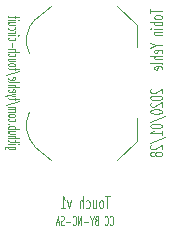
<source format=gbr>
G04 #@! TF.GenerationSoftware,KiCad,Pcbnew,5.0.2-bee76a0~70~ubuntu16.04.1*
G04 #@! TF.CreationDate,2020-01-28T21:52:51-08:00*
G04 #@! TF.ProjectId,touch-circuit-v1,746f7563-682d-4636-9972-637569742d76,rev?*
G04 #@! TF.SameCoordinates,Original*
G04 #@! TF.FileFunction,Legend,Bot*
G04 #@! TF.FilePolarity,Positive*
%FSLAX46Y46*%
G04 Gerber Fmt 4.6, Leading zero omitted, Abs format (unit mm)*
G04 Created by KiCad (PCBNEW 5.0.2-bee76a0~70~ubuntu16.04.1) date Tue 28 Jan 2020 09:52:51 PM PST*
%MOMM*%
%LPD*%
G01*
G04 APERTURE LIST*
%ADD10C,0.081280*%
%ADD11C,0.101600*%
%ADD12C,0.100000*%
G04 APERTURE END LIST*
D10*
X154533600Y-113556142D02*
X154555371Y-113592428D01*
X154620685Y-113628714D01*
X154664228Y-113628714D01*
X154729542Y-113592428D01*
X154773085Y-113519857D01*
X154794857Y-113447285D01*
X154816628Y-113302142D01*
X154816628Y-113193285D01*
X154794857Y-113048142D01*
X154773085Y-112975571D01*
X154729542Y-112903000D01*
X154664228Y-112866714D01*
X154620685Y-112866714D01*
X154555371Y-112903000D01*
X154533600Y-112939285D01*
X154076400Y-113556142D02*
X154098171Y-113592428D01*
X154163485Y-113628714D01*
X154207028Y-113628714D01*
X154272342Y-113592428D01*
X154315885Y-113519857D01*
X154337657Y-113447285D01*
X154359428Y-113302142D01*
X154359428Y-113193285D01*
X154337657Y-113048142D01*
X154315885Y-112975571D01*
X154272342Y-112903000D01*
X154207028Y-112866714D01*
X154163485Y-112866714D01*
X154098171Y-112903000D01*
X154076400Y-112939285D01*
X153379714Y-113229571D02*
X153314400Y-113265857D01*
X153292628Y-113302142D01*
X153270857Y-113374714D01*
X153270857Y-113483571D01*
X153292628Y-113556142D01*
X153314400Y-113592428D01*
X153357942Y-113628714D01*
X153532114Y-113628714D01*
X153532114Y-112866714D01*
X153379714Y-112866714D01*
X153336171Y-112903000D01*
X153314400Y-112939285D01*
X153292628Y-113011857D01*
X153292628Y-113084428D01*
X153314400Y-113157000D01*
X153336171Y-113193285D01*
X153379714Y-113229571D01*
X153532114Y-113229571D01*
X152987828Y-113265857D02*
X152987828Y-113628714D01*
X153140228Y-112866714D02*
X152987828Y-113265857D01*
X152835428Y-112866714D01*
X152683028Y-113338428D02*
X152334685Y-113338428D01*
X152116971Y-113628714D02*
X152116971Y-112866714D01*
X151855714Y-113628714D01*
X151855714Y-112866714D01*
X151376742Y-113556142D02*
X151398514Y-113592428D01*
X151463828Y-113628714D01*
X151507371Y-113628714D01*
X151572685Y-113592428D01*
X151616228Y-113519857D01*
X151638000Y-113447285D01*
X151659771Y-113302142D01*
X151659771Y-113193285D01*
X151638000Y-113048142D01*
X151616228Y-112975571D01*
X151572685Y-112903000D01*
X151507371Y-112866714D01*
X151463828Y-112866714D01*
X151398514Y-112903000D01*
X151376742Y-112939285D01*
X151180800Y-113338428D02*
X150832457Y-113338428D01*
X150636514Y-113592428D02*
X150571200Y-113628714D01*
X150462342Y-113628714D01*
X150418800Y-113592428D01*
X150397028Y-113556142D01*
X150375257Y-113483571D01*
X150375257Y-113411000D01*
X150397028Y-113338428D01*
X150418800Y-113302142D01*
X150462342Y-113265857D01*
X150549428Y-113229571D01*
X150592971Y-113193285D01*
X150614742Y-113157000D01*
X150636514Y-113084428D01*
X150636514Y-113011857D01*
X150614742Y-112939285D01*
X150592971Y-112903000D01*
X150549428Y-112866714D01*
X150440571Y-112866714D01*
X150375257Y-112903000D01*
X150201085Y-113411000D02*
X149983371Y-113411000D01*
X150244628Y-113628714D02*
X150092228Y-112866714D01*
X149939828Y-113628714D01*
D11*
X154501547Y-111203619D02*
X154138690Y-111203619D01*
X154320119Y-112219619D02*
X154320119Y-111203619D01*
X153836309Y-112219619D02*
X153896785Y-112171238D01*
X153927023Y-112122857D01*
X153957261Y-112026095D01*
X153957261Y-111735809D01*
X153927023Y-111639047D01*
X153896785Y-111590666D01*
X153836309Y-111542285D01*
X153745595Y-111542285D01*
X153685119Y-111590666D01*
X153654880Y-111639047D01*
X153624642Y-111735809D01*
X153624642Y-112026095D01*
X153654880Y-112122857D01*
X153685119Y-112171238D01*
X153745595Y-112219619D01*
X153836309Y-112219619D01*
X153080357Y-111542285D02*
X153080357Y-112219619D01*
X153352500Y-111542285D02*
X153352500Y-112074476D01*
X153322261Y-112171238D01*
X153261785Y-112219619D01*
X153171071Y-112219619D01*
X153110595Y-112171238D01*
X153080357Y-112122857D01*
X152505833Y-112171238D02*
X152566309Y-112219619D01*
X152687261Y-112219619D01*
X152747738Y-112171238D01*
X152777976Y-112122857D01*
X152808214Y-112026095D01*
X152808214Y-111735809D01*
X152777976Y-111639047D01*
X152747738Y-111590666D01*
X152687261Y-111542285D01*
X152566309Y-111542285D01*
X152505833Y-111590666D01*
X152233690Y-112219619D02*
X152233690Y-111203619D01*
X151961547Y-112219619D02*
X151961547Y-111687428D01*
X151991785Y-111590666D01*
X152052261Y-111542285D01*
X152142976Y-111542285D01*
X152203452Y-111590666D01*
X152233690Y-111639047D01*
X151235833Y-111542285D02*
X151084642Y-112219619D01*
X150933452Y-111542285D01*
X150358928Y-112219619D02*
X150721785Y-112219619D01*
X150540357Y-112219619D02*
X150540357Y-111203619D01*
X150600833Y-111348761D01*
X150661309Y-111445523D01*
X150721785Y-111493904D01*
D10*
X146494500Y-106999314D02*
X145774833Y-106999314D01*
X145690166Y-107021085D01*
X145647833Y-107042857D01*
X145605500Y-107086400D01*
X145605500Y-107151714D01*
X145647833Y-107195257D01*
X145944166Y-106999314D02*
X145901833Y-107042857D01*
X145901833Y-107129942D01*
X145944166Y-107173485D01*
X145986500Y-107195257D01*
X146071166Y-107217028D01*
X146325166Y-107217028D01*
X146409833Y-107195257D01*
X146452166Y-107173485D01*
X146494500Y-107129942D01*
X146494500Y-107042857D01*
X146452166Y-106999314D01*
X145901833Y-106781600D02*
X146494500Y-106781600D01*
X146790833Y-106781600D02*
X146748500Y-106803371D01*
X146706166Y-106781600D01*
X146748500Y-106759828D01*
X146790833Y-106781600D01*
X146706166Y-106781600D01*
X146494500Y-106629200D02*
X146494500Y-106455028D01*
X146790833Y-106563885D02*
X146028833Y-106563885D01*
X145944166Y-106542114D01*
X145901833Y-106498571D01*
X145901833Y-106455028D01*
X145901833Y-106302628D02*
X146790833Y-106302628D01*
X145901833Y-106106685D02*
X146367500Y-106106685D01*
X146452166Y-106128457D01*
X146494500Y-106172000D01*
X146494500Y-106237314D01*
X146452166Y-106280857D01*
X146409833Y-106302628D01*
X146494500Y-105693028D02*
X145901833Y-105693028D01*
X146494500Y-105888971D02*
X146028833Y-105888971D01*
X145944166Y-105867200D01*
X145901833Y-105823657D01*
X145901833Y-105758342D01*
X145944166Y-105714800D01*
X145986500Y-105693028D01*
X145901833Y-105475314D02*
X146790833Y-105475314D01*
X146452166Y-105475314D02*
X146494500Y-105431771D01*
X146494500Y-105344685D01*
X146452166Y-105301142D01*
X146409833Y-105279371D01*
X146325166Y-105257599D01*
X146071166Y-105257599D01*
X145986500Y-105279371D01*
X145944166Y-105301142D01*
X145901833Y-105344685D01*
X145901833Y-105431771D01*
X145944166Y-105475314D01*
X145986500Y-105061657D02*
X145944166Y-105039885D01*
X145901833Y-105061657D01*
X145944166Y-105083428D01*
X145986500Y-105061657D01*
X145901833Y-105061657D01*
X145944166Y-104647999D02*
X145901833Y-104691542D01*
X145901833Y-104778628D01*
X145944166Y-104822171D01*
X145986500Y-104843942D01*
X146071166Y-104865714D01*
X146325166Y-104865714D01*
X146409833Y-104843942D01*
X146452166Y-104822171D01*
X146494500Y-104778628D01*
X146494500Y-104691542D01*
X146452166Y-104647999D01*
X145901833Y-104386742D02*
X145944166Y-104430285D01*
X145986500Y-104452057D01*
X146071166Y-104473828D01*
X146325166Y-104473828D01*
X146409833Y-104452057D01*
X146452166Y-104430285D01*
X146494500Y-104386742D01*
X146494500Y-104321428D01*
X146452166Y-104277885D01*
X146409833Y-104256114D01*
X146325166Y-104234342D01*
X146071166Y-104234342D01*
X145986500Y-104256114D01*
X145944166Y-104277885D01*
X145901833Y-104321428D01*
X145901833Y-104386742D01*
X145901833Y-104038399D02*
X146494500Y-104038399D01*
X146409833Y-104038399D02*
X146452166Y-104016628D01*
X146494500Y-103973085D01*
X146494500Y-103907771D01*
X146452166Y-103864228D01*
X146367500Y-103842457D01*
X145901833Y-103842457D01*
X146367500Y-103842457D02*
X146452166Y-103820685D01*
X146494500Y-103777142D01*
X146494500Y-103711828D01*
X146452166Y-103668285D01*
X146367500Y-103646514D01*
X145901833Y-103646514D01*
X146833166Y-103102228D02*
X145690166Y-103494114D01*
X146494500Y-103015142D02*
X146494500Y-102840971D01*
X146790833Y-102949828D02*
X146028833Y-102949828D01*
X145944166Y-102928057D01*
X145901833Y-102884514D01*
X145901833Y-102840971D01*
X146494500Y-102732114D02*
X145901833Y-102623257D01*
X146494500Y-102514399D02*
X145901833Y-102623257D01*
X145690166Y-102666799D01*
X145647833Y-102688571D01*
X145605500Y-102732114D01*
X145944166Y-102166057D02*
X145901833Y-102209599D01*
X145901833Y-102296685D01*
X145944166Y-102340228D01*
X146028833Y-102361999D01*
X146367500Y-102361999D01*
X146452166Y-102340228D01*
X146494500Y-102296685D01*
X146494500Y-102209599D01*
X146452166Y-102166057D01*
X146367500Y-102144285D01*
X146282833Y-102144285D01*
X146198166Y-102361999D01*
X145901833Y-101948342D02*
X146790833Y-101948342D01*
X145901833Y-101752399D02*
X146367500Y-101752399D01*
X146452166Y-101774171D01*
X146494500Y-101817714D01*
X146494500Y-101883028D01*
X146452166Y-101926571D01*
X146409833Y-101948342D01*
X145901833Y-101469371D02*
X145944166Y-101512914D01*
X146028833Y-101534685D01*
X146790833Y-101534685D01*
X145944166Y-101121028D02*
X145901833Y-101164571D01*
X145901833Y-101251657D01*
X145944166Y-101295199D01*
X146028833Y-101316971D01*
X146367500Y-101316971D01*
X146452166Y-101295199D01*
X146494500Y-101251657D01*
X146494500Y-101164571D01*
X146452166Y-101121028D01*
X146367500Y-101099257D01*
X146282833Y-101099257D01*
X146198166Y-101316971D01*
X146833166Y-100576742D02*
X145690166Y-100968628D01*
X146494500Y-100489657D02*
X146494500Y-100315485D01*
X146790833Y-100424342D02*
X146028833Y-100424342D01*
X145944166Y-100402571D01*
X145901833Y-100359028D01*
X145901833Y-100315485D01*
X145901833Y-100097771D02*
X145944166Y-100141314D01*
X145986500Y-100163085D01*
X146071166Y-100184857D01*
X146325166Y-100184857D01*
X146409833Y-100163085D01*
X146452166Y-100141314D01*
X146494500Y-100097771D01*
X146494500Y-100032457D01*
X146452166Y-99988914D01*
X146409833Y-99967142D01*
X146325166Y-99945371D01*
X146071166Y-99945371D01*
X145986500Y-99967142D01*
X145944166Y-99988914D01*
X145901833Y-100032457D01*
X145901833Y-100097771D01*
X146494500Y-99553485D02*
X145901833Y-99553485D01*
X146494500Y-99749428D02*
X146028833Y-99749428D01*
X145944166Y-99727657D01*
X145901833Y-99684114D01*
X145901833Y-99618799D01*
X145944166Y-99575257D01*
X145986500Y-99553485D01*
X145944166Y-99139828D02*
X145901833Y-99183371D01*
X145901833Y-99270457D01*
X145944166Y-99313999D01*
X145986500Y-99335771D01*
X146071166Y-99357542D01*
X146325166Y-99357542D01*
X146409833Y-99335771D01*
X146452166Y-99313999D01*
X146494500Y-99270457D01*
X146494500Y-99183371D01*
X146452166Y-99139828D01*
X145901833Y-98943885D02*
X146790833Y-98943885D01*
X145901833Y-98747942D02*
X146367500Y-98747942D01*
X146452166Y-98769714D01*
X146494500Y-98813257D01*
X146494500Y-98878571D01*
X146452166Y-98922114D01*
X146409833Y-98943885D01*
X146240500Y-98530228D02*
X146240500Y-98181885D01*
X145944166Y-97768228D02*
X145901833Y-97811771D01*
X145901833Y-97898857D01*
X145944166Y-97942399D01*
X145986500Y-97964171D01*
X146071166Y-97985942D01*
X146325166Y-97985942D01*
X146409833Y-97964171D01*
X146452166Y-97942399D01*
X146494500Y-97898857D01*
X146494500Y-97811771D01*
X146452166Y-97768228D01*
X145901833Y-97572285D02*
X146494500Y-97572285D01*
X146790833Y-97572285D02*
X146748500Y-97594057D01*
X146706166Y-97572285D01*
X146748500Y-97550514D01*
X146790833Y-97572285D01*
X146706166Y-97572285D01*
X145901833Y-97354571D02*
X146494500Y-97354571D01*
X146325166Y-97354571D02*
X146409833Y-97332799D01*
X146452166Y-97311028D01*
X146494500Y-97267485D01*
X146494500Y-97223942D01*
X145944166Y-96875599D02*
X145901833Y-96919142D01*
X145901833Y-97006228D01*
X145944166Y-97049771D01*
X145986500Y-97071542D01*
X146071166Y-97093314D01*
X146325166Y-97093314D01*
X146409833Y-97071542D01*
X146452166Y-97049771D01*
X146494500Y-97006228D01*
X146494500Y-96919142D01*
X146452166Y-96875599D01*
X146494500Y-96483714D02*
X145901833Y-96483714D01*
X146494500Y-96679657D02*
X146028833Y-96679657D01*
X145944166Y-96657885D01*
X145901833Y-96614342D01*
X145901833Y-96549028D01*
X145944166Y-96505485D01*
X145986500Y-96483714D01*
X145901833Y-96265999D02*
X146494500Y-96265999D01*
X146790833Y-96265999D02*
X146748500Y-96287771D01*
X146706166Y-96265999D01*
X146748500Y-96244228D01*
X146790833Y-96265999D01*
X146706166Y-96265999D01*
X146494500Y-96113599D02*
X146494500Y-95939428D01*
X146790833Y-96048285D02*
X146028833Y-96048285D01*
X145944166Y-96026514D01*
X145901833Y-95982971D01*
X145901833Y-95939428D01*
D11*
X157939619Y-95344342D02*
X157939619Y-95692685D01*
X158955619Y-95518514D02*
X157939619Y-95518514D01*
X158955619Y-95982971D02*
X158907238Y-95924914D01*
X158858857Y-95895885D01*
X158762095Y-95866857D01*
X158471809Y-95866857D01*
X158375047Y-95895885D01*
X158326666Y-95924914D01*
X158278285Y-95982971D01*
X158278285Y-96070057D01*
X158326666Y-96128114D01*
X158375047Y-96157142D01*
X158471809Y-96186171D01*
X158762095Y-96186171D01*
X158858857Y-96157142D01*
X158907238Y-96128114D01*
X158955619Y-96070057D01*
X158955619Y-95982971D01*
X158955619Y-96447428D02*
X157939619Y-96447428D01*
X158326666Y-96447428D02*
X158278285Y-96505485D01*
X158278285Y-96621600D01*
X158326666Y-96679657D01*
X158375047Y-96708685D01*
X158471809Y-96737714D01*
X158762095Y-96737714D01*
X158858857Y-96708685D01*
X158907238Y-96679657D01*
X158955619Y-96621600D01*
X158955619Y-96505485D01*
X158907238Y-96447428D01*
X158955619Y-96998971D02*
X158278285Y-96998971D01*
X157939619Y-96998971D02*
X157988000Y-96969942D01*
X158036380Y-96998971D01*
X157988000Y-97028000D01*
X157939619Y-96998971D01*
X158036380Y-96998971D01*
X158278285Y-97289257D02*
X158955619Y-97289257D01*
X158375047Y-97289257D02*
X158326666Y-97318285D01*
X158278285Y-97376342D01*
X158278285Y-97463428D01*
X158326666Y-97521485D01*
X158423428Y-97550514D01*
X158955619Y-97550514D01*
X158471809Y-98421371D02*
X158955619Y-98421371D01*
X157939619Y-98218171D02*
X158471809Y-98421371D01*
X157939619Y-98624571D01*
X158907238Y-99060000D02*
X158955619Y-99001942D01*
X158955619Y-98885828D01*
X158907238Y-98827771D01*
X158810476Y-98798742D01*
X158423428Y-98798742D01*
X158326666Y-98827771D01*
X158278285Y-98885828D01*
X158278285Y-99001942D01*
X158326666Y-99060000D01*
X158423428Y-99089028D01*
X158520190Y-99089028D01*
X158616952Y-98798742D01*
X158955619Y-99350285D02*
X157939619Y-99350285D01*
X158955619Y-99611542D02*
X158423428Y-99611542D01*
X158326666Y-99582514D01*
X158278285Y-99524457D01*
X158278285Y-99437371D01*
X158326666Y-99379314D01*
X158375047Y-99350285D01*
X158955619Y-99988914D02*
X158907238Y-99930857D01*
X158810476Y-99901828D01*
X157939619Y-99901828D01*
X158907238Y-100453371D02*
X158955619Y-100395314D01*
X158955619Y-100279200D01*
X158907238Y-100221142D01*
X158810476Y-100192114D01*
X158423428Y-100192114D01*
X158326666Y-100221142D01*
X158278285Y-100279200D01*
X158278285Y-100395314D01*
X158326666Y-100453371D01*
X158423428Y-100482400D01*
X158520190Y-100482400D01*
X158616952Y-100192114D01*
X158036380Y-102108000D02*
X157988000Y-102137028D01*
X157939619Y-102195085D01*
X157939619Y-102340228D01*
X157988000Y-102398285D01*
X158036380Y-102427314D01*
X158133142Y-102456342D01*
X158229904Y-102456342D01*
X158375047Y-102427314D01*
X158955619Y-102078971D01*
X158955619Y-102456342D01*
X157939619Y-102833714D02*
X157939619Y-102891771D01*
X157988000Y-102949828D01*
X158036380Y-102978857D01*
X158133142Y-103007885D01*
X158326666Y-103036914D01*
X158568571Y-103036914D01*
X158762095Y-103007885D01*
X158858857Y-102978857D01*
X158907238Y-102949828D01*
X158955619Y-102891771D01*
X158955619Y-102833714D01*
X158907238Y-102775657D01*
X158858857Y-102746628D01*
X158762095Y-102717600D01*
X158568571Y-102688571D01*
X158326666Y-102688571D01*
X158133142Y-102717600D01*
X158036380Y-102746628D01*
X157988000Y-102775657D01*
X157939619Y-102833714D01*
X158036380Y-103269142D02*
X157988000Y-103298171D01*
X157939619Y-103356228D01*
X157939619Y-103501371D01*
X157988000Y-103559428D01*
X158036380Y-103588457D01*
X158133142Y-103617485D01*
X158229904Y-103617485D01*
X158375047Y-103588457D01*
X158955619Y-103240114D01*
X158955619Y-103617485D01*
X157939619Y-103994857D02*
X157939619Y-104052914D01*
X157988000Y-104110971D01*
X158036380Y-104140000D01*
X158133142Y-104169028D01*
X158326666Y-104198057D01*
X158568571Y-104198057D01*
X158762095Y-104169028D01*
X158858857Y-104140000D01*
X158907238Y-104110971D01*
X158955619Y-104052914D01*
X158955619Y-103994857D01*
X158907238Y-103936800D01*
X158858857Y-103907771D01*
X158762095Y-103878742D01*
X158568571Y-103849714D01*
X158326666Y-103849714D01*
X158133142Y-103878742D01*
X158036380Y-103907771D01*
X157988000Y-103936800D01*
X157939619Y-103994857D01*
X157891238Y-104894742D02*
X159197523Y-104372228D01*
X157939619Y-105214057D02*
X157939619Y-105272114D01*
X157988000Y-105330171D01*
X158036380Y-105359200D01*
X158133142Y-105388228D01*
X158326666Y-105417257D01*
X158568571Y-105417257D01*
X158762095Y-105388228D01*
X158858857Y-105359200D01*
X158907238Y-105330171D01*
X158955619Y-105272114D01*
X158955619Y-105214057D01*
X158907238Y-105156000D01*
X158858857Y-105126971D01*
X158762095Y-105097942D01*
X158568571Y-105068914D01*
X158326666Y-105068914D01*
X158133142Y-105097942D01*
X158036380Y-105126971D01*
X157988000Y-105156000D01*
X157939619Y-105214057D01*
X158955619Y-105997828D02*
X158955619Y-105649485D01*
X158955619Y-105823657D02*
X157939619Y-105823657D01*
X158084761Y-105765600D01*
X158181523Y-105707542D01*
X158229904Y-105649485D01*
X157891238Y-106694514D02*
X159197523Y-106172000D01*
X158036380Y-106868685D02*
X157988000Y-106897714D01*
X157939619Y-106955771D01*
X157939619Y-107100914D01*
X157988000Y-107158971D01*
X158036380Y-107188000D01*
X158133142Y-107217028D01*
X158229904Y-107217028D01*
X158375047Y-107188000D01*
X158955619Y-106839657D01*
X158955619Y-107217028D01*
X158375047Y-107565371D02*
X158326666Y-107507314D01*
X158278285Y-107478285D01*
X158181523Y-107449257D01*
X158133142Y-107449257D01*
X158036380Y-107478285D01*
X157988000Y-107507314D01*
X157939619Y-107565371D01*
X157939619Y-107681485D01*
X157988000Y-107739542D01*
X158036380Y-107768571D01*
X158133142Y-107797600D01*
X158181523Y-107797600D01*
X158278285Y-107768571D01*
X158326666Y-107739542D01*
X158375047Y-107681485D01*
X158375047Y-107565371D01*
X158423428Y-107507314D01*
X158471809Y-107478285D01*
X158568571Y-107449257D01*
X158762095Y-107449257D01*
X158858857Y-107478285D01*
X158907238Y-107507314D01*
X158955619Y-107565371D01*
X158955619Y-107681485D01*
X158907238Y-107739542D01*
X158858857Y-107768571D01*
X158762095Y-107797600D01*
X158568571Y-107797600D01*
X158471809Y-107768571D01*
X158423428Y-107739542D01*
X158375047Y-107681485D01*
D12*
G04 #@! TO.C,BT1*
X149550000Y-95050000D02*
X148200000Y-96200000D01*
X149550000Y-108150000D02*
X148200000Y-107000000D01*
X156800000Y-106500000D02*
X156800000Y-104600000D01*
X156800000Y-96700000D02*
X156800000Y-98600000D01*
X156800000Y-96700000D02*
X155150000Y-95050000D01*
X155150000Y-108150000D02*
X156800000Y-106500000D01*
X147703542Y-99098306D02*
G75*
G02X148200000Y-96200000I2296458J1098306D01*
G01*
X147702393Y-104104098D02*
G75*
G03X148200000Y-107000000I2297607J-1095902D01*
G01*
G04 #@! TD*
M02*

</source>
